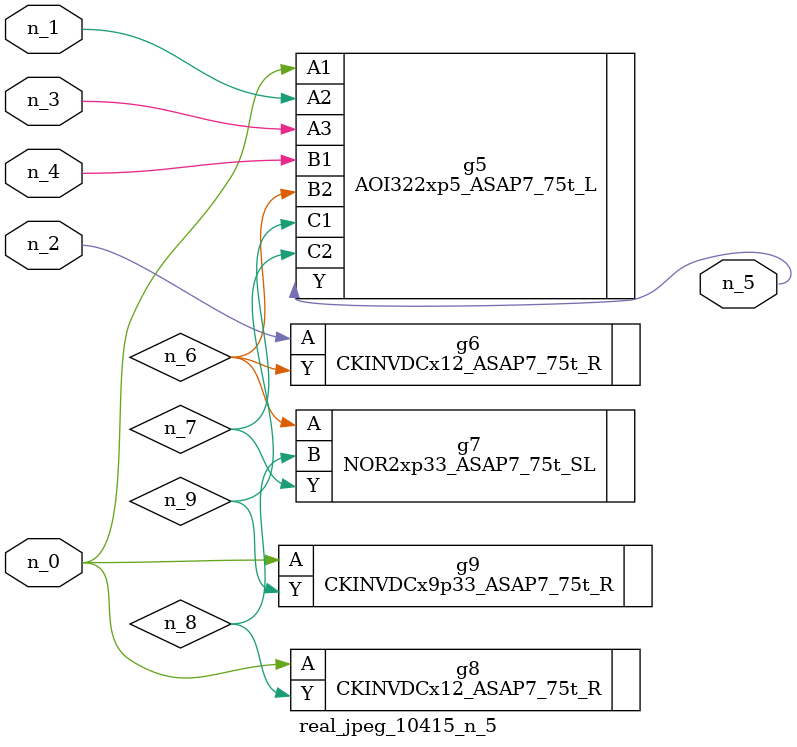
<source format=v>
module real_jpeg_10415_n_5 (n_4, n_0, n_1, n_2, n_3, n_5);

input n_4;
input n_0;
input n_1;
input n_2;
input n_3;

output n_5;

wire n_8;
wire n_6;
wire n_7;
wire n_9;

AOI322xp5_ASAP7_75t_L g5 ( 
.A1(n_0),
.A2(n_1),
.A3(n_3),
.B1(n_4),
.B2(n_6),
.C1(n_7),
.C2(n_9),
.Y(n_5)
);

CKINVDCx12_ASAP7_75t_R g8 ( 
.A(n_0),
.Y(n_8)
);

CKINVDCx9p33_ASAP7_75t_R g9 ( 
.A(n_0),
.Y(n_9)
);

CKINVDCx12_ASAP7_75t_R g6 ( 
.A(n_2),
.Y(n_6)
);

NOR2xp33_ASAP7_75t_SL g7 ( 
.A(n_6),
.B(n_8),
.Y(n_7)
);


endmodule
</source>
